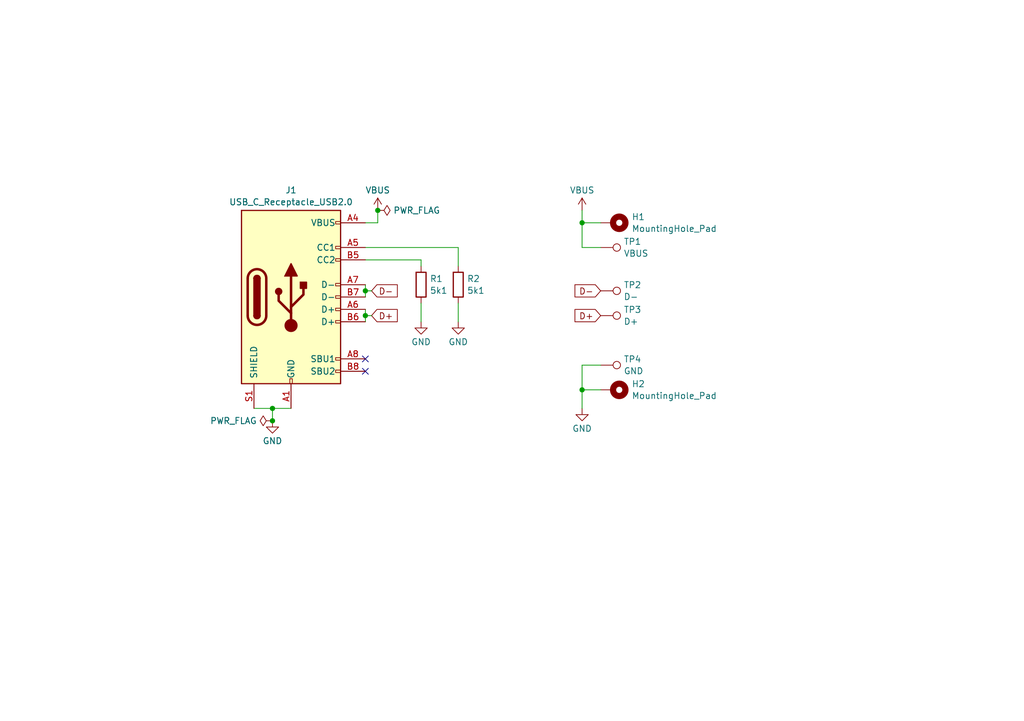
<source format=kicad_sch>
(kicad_sch (version 20230121) (generator eeschema)
  (paper "A5")
  (title_block (title "USB-C Power board") (date "${SCH_DATE}") (rev "${SCH_REV}"))
  (lib_symbols
    (symbol "Connector:TestPoint" (pin_numbers hide) (pin_names (offset 0.762) hide)
      (property "Reference" "TP" (at 0 6.858 0))
      (property "Value" "TestPoint" (at 0 5.08 0))
      (symbol "TestPoint_0_1"
        (circle (center 0 3.302) (radius 0.762))
      )
      (symbol "TestPoint_1_1"
        (pin passive line (at 0 0 90) (length 2.54) (name "1") (number "1"))
      )
    )
    (symbol "Connector:USB_C_Receptacle_USB2.0" (pin_names (offset 1.016))
      (property "Reference" "J" (at -10.16 19.05 0))
      (property "Value" "USB_C_Receptacle_USB2.0" (at 19.05 19.05 0))
      (symbol "USB_C_Receptacle_USB2.0_0_0"
        (rectangle (start -0.254 -17.78) (end 0.254 -16.764))
        (rectangle (start 10.16 -14.986) (end 9.144 -15.494))
        (rectangle (start 10.16 -12.446) (end 9.144 -12.954))
        (rectangle (start 10.16 -4.826) (end 9.144 -5.334))
        (rectangle (start 10.16 -2.286) (end 9.144 -2.794))
        (rectangle (start 10.16 0.254) (end 9.144 -0.254))
        (rectangle (start 10.16 2.794) (end 9.144 2.286))
        (rectangle (start 10.16 7.874) (end 9.144 7.366))
        (rectangle (start 10.16 10.414) (end 9.144 9.906))
        (rectangle (start 10.16 15.494) (end 9.144 14.986))
      )
      (symbol "USB_C_Receptacle_USB2.0_0_1"
        (rectangle (start -10.16 17.78) (end 10.16 -17.78) (stroke (width 0.254)) (fill (type background)))
        (arc (start -8.89 -3.81) (mid -6.985 -5.7067) (end -5.08 -3.81) (stroke (width 0.508)))
        (arc (start -7.62 -3.81) (mid -6.985 -4.4423) (end -6.35 -3.81) (stroke (width 0.254)))
        (arc (start -7.62 -3.81) (mid -6.985 -4.4423) (end -6.35 -3.81) (stroke (width 0.254)) (fill (type outline)))
        (rectangle (start -7.62 -3.81) (end -6.35 3.81) (stroke (width 0.254)) (fill (type outline)))
        (arc (start -6.35 3.81) (mid -6.985 4.4423) (end -7.62 3.81) (stroke (width 0.254)))
        (arc (start -6.35 3.81) (mid -6.985 4.4423) (end -7.62 3.81) (stroke (width 0.254)) (fill (type outline)))
        (arc (start -5.08 3.81) (mid -6.985 5.7067) (end -8.89 3.81) (stroke (width 0.508)))
        (circle (center -2.54 1.143) (radius 0.635) (stroke (width 0.254)) (fill (type outline)))
        (circle (center 0 -5.842) (radius 1.27) (fill (type outline)))
        (polyline (pts (xy -8.89 -3.81) (xy -8.89 3.81)) (stroke (width 0.508)))
        (polyline (pts (xy -5.08 3.81) (xy -5.08 -3.81)) (stroke (width 0.508)))
        (polyline (pts (xy 0 -5.842) (xy 0 4.318)) (stroke (width 0.508)))
        (polyline (pts (xy 0 -3.302) (xy -2.54 -0.762) (xy -2.54 0.508)) (stroke (width 0.508)))
        (polyline (pts (xy 0 -2.032) (xy 2.54 0.508) (xy 2.54 1.778)) (stroke (width 0.508)))
        (polyline (pts (xy -1.27 4.318) (xy 0 6.858) (xy 1.27 4.318) (xy -1.27 4.318)) (stroke (width 0.254)) (fill (type outline)))
        (rectangle (start 1.905 1.778) (end 3.175 3.048) (stroke (width 0.254)) (fill (type outline)))
      )
      (symbol "USB_C_Receptacle_USB2.0_1_1"
        (pin passive line (at 0 -22.86 90) (length 5.08) (name "GND") (number "A1"))
        (pin passive line (at 0 -22.86 90) (length 5.08) hide (name "GND") (number "A12"))
        (pin passive line (at 15.24 15.24 180) (length 5.08) (name "VBUS") (number "A4"))
        (pin bidirectional line (at 15.24 10.16 180) (length 5.08) (name "CC1") (number "A5"))
        (pin bidirectional line (at 15.24 -2.54 180) (length 5.08) (name "D+") (number "A6"))
        (pin bidirectional line (at 15.24 2.54 180) (length 5.08) (name "D-") (number "A7"))
        (pin bidirectional line (at 15.24 -12.7 180) (length 5.08) (name "SBU1") (number "A8"))
        (pin passive line (at 15.24 15.24 180) (length 5.08) hide (name "VBUS") (number "A9"))
        (pin passive line (at 0 -22.86 90) (length 5.08) hide (name "GND") (number "B1"))
        (pin passive line (at 0 -22.86 90) (length 5.08) hide (name "GND") (number "B12"))
        (pin passive line (at 15.24 15.24 180) (length 5.08) hide (name "VBUS") (number "B4"))
        (pin bidirectional line (at 15.24 7.62 180) (length 5.08) (name "CC2") (number "B5"))
        (pin bidirectional line (at 15.24 -5.08 180) (length 5.08) (name "D+") (number "B6"))
        (pin bidirectional line (at 15.24 0 180) (length 5.08) (name "D-") (number "B7"))
        (pin bidirectional line (at 15.24 -15.24 180) (length 5.08) (name "SBU2") (number "B8"))
        (pin passive line (at 15.24 15.24 180) (length 5.08) hide (name "VBUS") (number "B9"))
        (pin passive line (at -7.62 -22.86 90) (length 5.08) (name "SHIELD") (number "S1"))
      )
    )
    (symbol "Device:R" (pin_numbers hide) (pin_names (offset 0))
      (property "Reference" "R" (at 2.032 0 90))
      (property "Value" "R" (at 0 0 90))
      (symbol "R_0_1"
        (rectangle (start -1.016 -2.54) (end 1.016 2.54) (stroke (width 0.254)))
      )
      (symbol "R_1_1"
        (pin passive line (at 0 3.81 270) (length 1.27) (name "~") (number "1"))
        (pin passive line (at 0 -3.81 90) (length 1.27) (name "~") (number "2"))
      )
    )
    (symbol "Mechanical:MountingHole_Pad" (pin_numbers hide) (pin_names (offset 1.016) hide)
      (property "Reference" "H" (at 0 6.35 0))
      (property "Value" "MountingHole_Pad" (at 0 4.445 0))
      (symbol "MountingHole_Pad_0_1"
        (circle (center 0 1.27) (radius 1.27) (stroke (width 1.27)))
      )
      (symbol "MountingHole_Pad_1_1"
        (pin input line (at 0 -2.54 90) (length 2.54) (name "1") (number "1"))
      )
    )
    (symbol "power:GND" (power) (pin_names (offset 0))
      (property "Value" "GND" (at 0 -3.81 0))
      (symbol "GND_0_1"
        (polyline (pts (xy 0 0) (xy 0 -1.27) (xy 1.27 -1.27) (xy 0 -2.54) (xy -1.27 -1.27) (xy 0 -1.27)))
      )
      (symbol "GND_1_1"
        (pin power_in line (at 0 0 270) (length 0) hide (name "GND") (number "1"))
      )
    )
    (symbol "power:PWR_FLAG" (power) (pin_numbers hide) (pin_names (offset 0) hide)
      (property "Value" "PWR_FLAG" (at 0 3.81 0))
      (symbol "PWR_FLAG_0_0"
        (pin power_out line (at 0 0 90) (length 0) (name "pwr") (number "1"))
      )
      (symbol "PWR_FLAG_0_1"
        (polyline (pts (xy 0 0) (xy 0 1.27) (xy -1.016 1.905) (xy 0 2.54) (xy 1.016 1.905) (xy 0 1.27)))
      )
    )
    (symbol "power:VBUS" (power) (pin_names (offset 0))
      (property "Value" "VBUS" (at 0 3.81 0))
      (symbol "VBUS_0_1"
        (polyline (pts (xy -0.762 1.27) (xy 0 2.54)))
        (polyline (pts (xy 0 0) (xy 0 2.54)))
        (polyline (pts (xy 0 2.54) (xy 0.762 1.27)))
      )
      (symbol "VBUS_1_1"
        (pin power_in line (at 0 0 90) (length 0) hide (name "VBUS") (number "1"))
      )
    )
  )
  (junction (at 55.88 83.82))
  (junction (at 55.88 86.36))
  (junction (at 74.93 59.69))
  (junction (at 74.93 64.77))
  (junction (at 119.38 45.72))
  (junction (at 77.47 43.18))
  (junction (at 119.38 80.01))
  (no_connect (at 74.93 73.66))
  (no_connect (at 74.93 76.2))
  (wire (pts (xy 86.36 62.23) (xy 86.36 66.04)))
  (wire (pts (xy 74.93 59.69) (xy 74.93 60.96)))
  (wire (pts (xy 119.38 80.01) (xy 123.19 80.01)))
  (wire (pts (xy 74.93 64.77) (xy 76.2 64.77)))
  (wire (pts (xy 74.93 64.77) (xy 74.93 66.04)))
  (wire (pts (xy 74.93 58.42) (xy 74.93 59.69)))
  (wire (pts (xy 77.47 45.72) (xy 77.47 43.18)))
  (wire (pts (xy 74.93 50.8) (xy 93.98 50.8)))
  (wire (pts (xy 119.38 74.93) (xy 119.38 80.01)))
  (wire (pts (xy 86.36 53.34) (xy 86.36 54.61)))
  (wire (pts (xy 123.19 74.93) (xy 119.38 74.93)))
  (wire (pts (xy 74.93 45.72) (xy 77.47 45.72)))
  (wire (pts (xy 52.07 83.82) (xy 55.88 83.82)))
  (wire (pts (xy 74.93 59.69) (xy 76.2 59.69)))
  (wire (pts (xy 74.93 63.5) (xy 74.93 64.77)))
  (wire (pts (xy 123.19 50.8) (xy 119.38 50.8)))
  (wire (pts (xy 74.93 53.34) (xy 86.36 53.34)))
  (wire (pts (xy 93.98 62.23) (xy 93.98 66.04)))
  (wire (pts (xy 93.98 50.8) (xy 93.98 54.61)))
  (wire (pts (xy 55.88 83.82) (xy 55.88 86.36)))
  (wire (pts (xy 55.88 83.82) (xy 59.69 83.82)))
  (wire (pts (xy 119.38 50.8) (xy 119.38 45.72)))
  (wire (pts (xy 119.38 80.01) (xy 119.38 83.82)))
  (wire (pts (xy 119.38 43.18) (xy 119.38 45.72)))
  (wire (pts (xy 119.38 45.72) (xy 123.19 45.72)))
  (global_label "D-" (shape input) (at 123.19 59.69 180) (property "Intersheetrefs" "${INTERSHEET_REFS}" (effects hide)))
  (global_label "D+" (shape input) (at 123.19 64.77 180) (property "Intersheetrefs" "${INTERSHEET_REFS}" (effects hide)))
  (global_label "D+" (shape input) (at 76.2 64.77 0) (property "Intersheetrefs" "${INTERSHEET_REFS}" (effects hide)))
  (global_label "D-" (shape input) (at 76.2 59.69 0) (property "Intersheetrefs" "${INTERSHEET_REFS}" (effects hide)))
  (symbol (lib_id "Device:R") (at 93.98 58.42 0) (unit 1)
    (property "Reference" "R2" (at 95.758 57.2079 0) (effects (justify left)))
    (property "Value" "5k1" (at 95.758 59.6321 0) (effects (justify left)))
    (property "Footprint" "Resistor_SMD:R_0603_1608Metric" (effects hide))
  )
  (symbol (lib_id "power:GND") (at 93.98 66.04 0) (unit 1)
    (property "Reference" "#PWR04" (effects hide))
    (property "Value" "GND" (at 93.98 70.1731 0))
  )
  (symbol (lib_id "Connector:USB_C_Receptacle_USB2.0") (at 59.69 60.96 0) (unit 1)
    (property "Reference" "J1" (at 59.69 39.0357 0))
    (property "Value" "USB_C_Receptacle_USB2.0" (at 59.69 41.4599 0))
    (property "Footprint" "Connector_USB:USB_C_Receptacle_GCT_USB4105-xx-A_16P_TopMnt_Horizontal" (effects hide))
    (property "Datasheet" "https://www.usb.org/sites/default/files/documents/usb_type-c.zip" (effects hide))
  )
  (symbol (lib_id "power:PWR_FLAG") (at 77.47 43.18 270) (unit 1)
    (property "Reference" "#FLG02" (effects hide))
    (property "Value" "PWR_FLAG" (at 80.645 43.18 90) (effects (justify left)))
  )
  (symbol (lib_id "Connector:TestPoint") (at 123.19 59.69 270) (unit 1)
    (property "Reference" "TP2" (at 127.889 58.4779 90) (effects (justify left)))
    (property "Value" "D-" (at 127.889 60.9021 90) (effects (justify left)))
    (property "Footprint" "Connector_Wire:SolderWire-0.1sqmm_1x01_D0.4mm_OD1mm_Relief" (effects hide))
  )
  (symbol (lib_id "power:GND") (at 119.38 83.82 0) (unit 1)
    (property "Reference" "#PWR06" (effects hide))
    (property "Value" "GND" (at 119.38 87.9531 0))
  )
  (symbol (lib_id "Mechanical:MountingHole_Pad") (at 125.73 80.01 270) (unit 1)
    (property "Reference" "H2" (at 129.54 78.7979 90) (effects (justify left)))
    (property "Value" "MountingHole_Pad" (at 129.54 81.2221 90) (effects (justify left)))
    (property "Footprint" "MountingHole:MountingHole_3.2mm_M3_Pad_TopOnly" (effects hide))
  )
  (symbol (lib_id "Connector:TestPoint") (at 123.19 50.8 270) (unit 1)
    (property "Reference" "TP1" (at 127.889 49.5879 90) (effects (justify left)))
    (property "Value" "VBUS" (at 127.889 52.0121 90) (effects (justify left)))
    (property "Footprint" "Connector_Wire:SolderWire-0.1sqmm_1x01_D0.4mm_OD1mm_Relief" (effects hide))
  )
  (symbol (lib_id "Mechanical:MountingHole_Pad") (at 125.73 45.72 270) (unit 1)
    (property "Reference" "H1" (at 129.54 44.5079 90) (effects (justify left)))
    (property "Value" "MountingHole_Pad" (at 129.54 46.9321 90) (effects (justify left)))
    (property "Footprint" "MountingHole:MountingHole_3.2mm_M3_Pad_TopOnly" (effects hide))
  )
  (symbol (lib_id "Connector:TestPoint") (at 123.19 64.77 270) (unit 1)
    (property "Reference" "TP3" (at 127.889 63.5579 90) (effects (justify left)))
    (property "Value" "D+" (at 127.889 65.9821 90) (effects (justify left)))
    (property "Footprint" "Connector_Wire:SolderWire-0.1sqmm_1x01_D0.4mm_OD1mm_Relief" (effects hide))
  )
  (symbol (lib_id "power:VBUS") (at 119.38 43.18 0) (unit 1)
    (property "Reference" "#PWR05" (effects hide))
    (property "Value" "VBUS" (at 119.38 39.0469 0))
  )
  (symbol (lib_id "Connector:TestPoint") (at 123.19 74.93 270) (unit 1)
    (property "Reference" "TP4" (at 127.889 73.7179 90) (effects (justify left)))
    (property "Value" "GND" (at 127.889 76.1421 90) (effects (justify left)))
    (property "Footprint" "Connector_Wire:SolderWire-0.1sqmm_1x01_D0.4mm_OD1mm_Relief" (effects hide))
  )
  (symbol (lib_id "power:GND") (at 55.88 86.36 0) (unit 1)
    (property "Reference" "#PWR02" (effects hide))
    (property "Value" "GND" (at 55.88 90.4931 0))
  )
  (symbol (lib_id "power:GND") (at 86.36 66.04 0) (unit 1)
    (property "Reference" "#PWR03" (effects hide))
    (property "Value" "GND" (at 86.36 70.1731 0))
  )
  (symbol (lib_id "power:PWR_FLAG") (at 55.88 86.36 90) (unit 1)
    (property "Reference" "#FLG01" (effects hide))
    (property "Value" "PWR_FLAG" (at 52.7051 86.36 90) (effects (justify left)))
  )
  (symbol (lib_id "Device:R") (at 86.36 58.42 0) (unit 1)
    (property "Reference" "R1" (at 88.138 57.2079 0) (effects (justify left)))
    (property "Value" "5k1" (at 88.138 59.6321 0) (effects (justify left)))
    (property "Footprint" "Resistor_SMD:R_0603_1608Metric" (effects hide))
  )
  (symbol (lib_id "power:VBUS") (at 77.47 43.18 0) (unit 1)
    (property "Reference" "#PWR01" (effects hide))
    (property "Value" "VBUS" (at 77.47 39.0469 0))
  )
)
</source>
